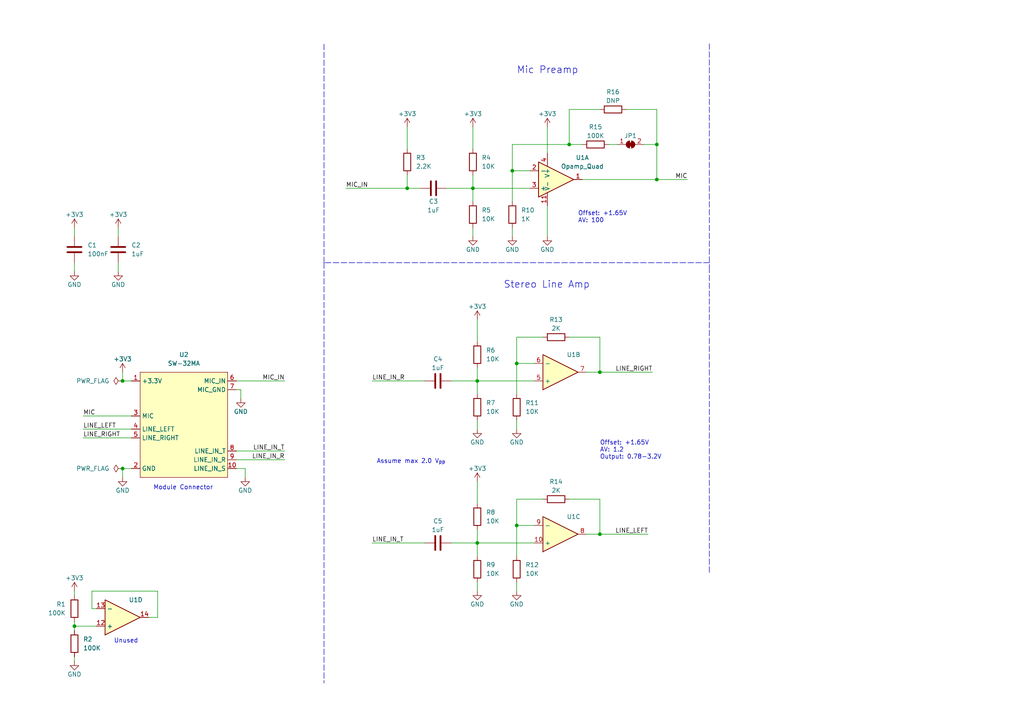
<source format=kicad_sch>
(kicad_sch (version 20211123) (generator eeschema)
  (paper "A4")
  (title_block (title "SW-32MA1") (date "2022-02-01") (rev "1") (company "saawsm") (comment 4 "A basic microphone and stereo line-in audio module for the SW-3240"))
  (lib_symbols
    (symbol "Device:C" (pin_numbers hide) (pin_names (offset 0.254))
      (property "Reference" "C" (at 0.635 2.54 0))
      (property "Value" "C" (at 0.635 -2.54 0))
      (symbol "C_0_1"
        (polyline (pts (xy -2.032 -0.762) (xy 2.032 -0.762)) (stroke (width 0.508)))
        (polyline (pts (xy -2.032 0.762) (xy 2.032 0.762)) (stroke (width 0.508)))
      )
      (symbol "C_1_1"
        (pin passive line (at 0 3.81 270) (length 2.794) (name "~") (number "1"))
        (pin passive line (at 0 -3.81 90) (length 2.794) (name "~") (number "2"))
      )
    )
    (symbol "Device:Opamp_Quad"
      (property "Reference" "U" (at 0 5.08 0))
      (property "Value" "Opamp_Quad" (at 0 -5.08 0))
      (symbol "Opamp_Quad_1_1"
        (polyline (pts (xy -5.08 5.08) (xy 5.08 0) (xy -5.08 -5.08) (xy -5.08 5.08)) (stroke (width 0.254)) (fill (type background)))
        (pin output line (at 7.62 0 180) (length 2.54) (name "~") (number "1"))
        (pin input line (at -7.62 -2.54 0) (length 2.54) (name "-") (number "2"))
        (pin input line (at -7.62 2.54 0) (length 2.54) (name "+") (number "3"))
      )
      (symbol "Opamp_Quad_2_1"
        (polyline (pts (xy -5.08 5.08) (xy 5.08 0) (xy -5.08 -5.08) (xy -5.08 5.08)) (stroke (width 0.254)) (fill (type background)))
        (pin input line (at -7.62 2.54 0) (length 2.54) (name "+") (number "5"))
        (pin input line (at -7.62 -2.54 0) (length 2.54) (name "-") (number "6"))
        (pin output line (at 7.62 0 180) (length 2.54) (name "~") (number "7"))
      )
      (symbol "Opamp_Quad_3_1"
        (polyline (pts (xy -5.08 5.08) (xy 5.08 0) (xy -5.08 -5.08) (xy -5.08 5.08)) (stroke (width 0.254)) (fill (type background)))
        (pin input line (at -7.62 2.54 0) (length 2.54) (name "+") (number "10"))
        (pin output line (at 7.62 0 180) (length 2.54) (name "~") (number "8"))
        (pin input line (at -7.62 -2.54 0) (length 2.54) (name "-") (number "9"))
      )
      (symbol "Opamp_Quad_4_1"
        (polyline (pts (xy -5.08 5.08) (xy 5.08 0) (xy -5.08 -5.08) (xy -5.08 5.08)) (stroke (width 0.254)) (fill (type background)))
        (pin input line (at -7.62 2.54 0) (length 2.54) (name "+") (number "12"))
        (pin input line (at -7.62 -2.54 0) (length 2.54) (name "-") (number "13"))
        (pin output line (at 7.62 0 180) (length 2.54) (name "~") (number "14"))
      )
      (symbol "Opamp_Quad_5_1"
        (pin power_in line (at -2.54 -7.62 90) (length 3.81) (name "V-") (number "11"))
        (pin power_in line (at -2.54 7.62 270) (length 3.81) (name "V+") (number "4"))
      )
    )
    (symbol "Device:R" (pin_numbers hide) (pin_names (offset 0))
      (property "Reference" "R" (at 2.032 0 90))
      (property "Value" "R" (at 0 0 90))
      (symbol "R_0_1"
        (rectangle (start -1.016 -2.54) (end 1.016 2.54) (stroke (width 0.254)))
      )
      (symbol "R_1_1"
        (pin passive line (at 0 3.81 270) (length 1.27) (name "~") (number "1"))
        (pin passive line (at 0 -3.81 90) (length 1.27) (name "~") (number "2"))
      )
    )
    (symbol "Jumper:SolderJumper_2_Bridged" (pin_names (offset 0) hide)
      (property "Reference" "JP" (at 0 2.032 0))
      (property "Value" "SolderJumper_2_Bridged" (at 0 -2.54 0))
      (symbol "SolderJumper_2_Bridged_0_1"
        (rectangle (start -0.508 0.508) (end 0.508 -0.508) (fill (type outline)))
        (arc (start -0.254 1.016) (mid -1.27 0) (end -0.254 -1.016))
        (arc (start -0.254 1.016) (mid -1.27 0) (end -0.254 -1.016) (fill (type outline)))
        (polyline (pts (xy -0.254 1.016) (xy -0.254 -1.016)))
        (polyline (pts (xy 0.254 1.016) (xy 0.254 -1.016)))
        (arc (start 0.254 -1.016) (mid 1.27 0) (end 0.254 1.016))
        (arc (start 0.254 -1.016) (mid 1.27 0) (end 0.254 1.016) (fill (type outline)))
      )
      (symbol "SolderJumper_2_Bridged_1_1"
        (pin passive line (at -3.81 0 0) (length 2.54) (name "A") (number "1"))
        (pin passive line (at 3.81 0 180) (length 2.54) (name "B") (number "2"))
      )
    )
    (symbol "SaawLib:SW-32MA"
      (property "Reference" "U" (at 0 16.51 0))
      (property "Value" "SW-32MA" (at 0 -16.51 0))
      (symbol "SW-32MA_0_1"
        (rectangle (start -12.7 15.24) (end 12.7 -15.24) (fill (type background)))
      )
      (symbol "SW-32MA_1_1"
        (pin power_in line (at 15.24 12.7 180) (length 2.54) (name "+3.3V") (number "1"))
        (pin power_in line (at -15.24 -12.7 0) (length 2.54) (name "LINE_IN_S") (number "10"))
        (pin power_in line (at 15.24 -12.7 180) (length 2.54) (name "GND") (number "2"))
        (pin bidirectional line (at 15.24 2.54 180) (length 2.54) (name "MIC") (number "3"))
        (pin bidirectional line (at 15.24 -1.27 180) (length 2.54) (name "LINE_LEFT") (number "4"))
        (pin bidirectional line (at 15.24 -3.81 180) (length 2.54) (name "LINE_RIGHT") (number "5"))
        (pin input line (at -15.24 12.7 0) (length 2.54) (name "MIC_IN") (number "6"))
        (pin power_in line (at -15.24 10.16 0) (length 2.54) (name "MIC_GND") (number "7"))
        (pin input line (at -15.24 -7.62 0) (length 2.54) (name "LINE_IN_T") (number "8"))
        (pin input line (at -15.24 -10.16 0) (length 2.54) (name "LINE_IN_R") (number "9"))
      )
    )
    (symbol "power:+3.3V" (power) (pin_names (offset 0))
      (property "Value" "+3.3V" (at 0 3.556 0))
      (symbol "+3.3V_0_1"
        (polyline (pts (xy -0.762 1.27) (xy 0 2.54)))
        (polyline (pts (xy 0 0) (xy 0 2.54)))
        (polyline (pts (xy 0 2.54) (xy 0.762 1.27)))
      )
      (symbol "+3.3V_1_1"
        (pin power_in line (at 0 0 90) (length 0) hide (name "+3V3") (number "1"))
      )
    )
    (symbol "power:GND" (power) (pin_names (offset 0))
      (property "Value" "GND" (at 0 -3.81 0))
      (symbol "GND_0_1"
        (polyline (pts (xy 0 0) (xy 0 -1.27) (xy 1.27 -1.27) (xy 0 -2.54) (xy -1.27 -1.27) (xy 0 -1.27)))
      )
      (symbol "GND_1_1"
        (pin power_in line (at 0 0 270) (length 0) hide (name "GND") (number "1"))
      )
    )
    (symbol "power:PWR_FLAG" (power) (pin_numbers hide) (pin_names (offset 0) hide)
      (property "Value" "PWR_FLAG" (at 0 3.81 0))
      (symbol "PWR_FLAG_0_0"
        (pin power_out line (at 0 0 90) (length 0) (name "pwr") (number "1"))
      )
      (symbol "PWR_FLAG_0_1"
        (polyline (pts (xy 0 0) (xy 0 1.27) (xy -1.016 1.905) (xy 0 2.54) (xy 1.016 1.905) (xy 0 1.27)))
      )
    )
  )
  (junction (at 148.59 49.53))
  (junction (at 190.5 52.07))
  (junction (at 138.43 110.49))
  (junction (at 35.56 135.89))
  (junction (at 137.16 54.61))
  (junction (at 149.86 152.4))
  (junction (at 190.5 41.91))
  (junction (at 165.1 41.91))
  (junction (at 138.43 157.48))
  (junction (at 149.86 105.41))
  (junction (at 173.99 154.94))
  (junction (at 35.56 110.49))
  (junction (at 21.59 181.61))
  (junction (at 173.99 107.95))
  (junction (at 118.11 54.61))
  (wire (pts (xy 149.86 168.91) (xy 149.86 171.45)))
  (wire (pts (xy 35.56 138.43) (xy 35.56 135.89)))
  (wire (pts (xy 186.69 41.91) (xy 190.5 41.91)))
  (polyline (pts (xy 205.74 76.2) (xy 93.98 76.2)))
  (wire (pts (xy 45.72 179.07) (xy 43.18 179.07)))
  (wire (pts (xy 158.75 36.83) (xy 158.75 44.45)))
  (wire (pts (xy 68.58 133.35) (xy 82.55 133.35)))
  (wire (pts (xy 173.99 107.95) (xy 189.23 107.95)))
  (wire (pts (xy 138.43 110.49) (xy 154.94 110.49)))
  (wire (pts (xy 149.86 144.78) (xy 149.86 152.4)))
  (wire (pts (xy 165.1 31.75) (xy 173.99 31.75)))
  (wire (pts (xy 45.72 171.45) (xy 45.72 179.07)))
  (wire (pts (xy 173.99 144.78) (xy 173.99 154.94)))
  (wire (pts (xy 107.95 110.49) (xy 123.19 110.49)))
  (wire (pts (xy 190.5 41.91) (xy 190.5 52.07)))
  (wire (pts (xy 137.16 66.04) (xy 137.16 68.58)))
  (wire (pts (xy 165.1 41.91) (xy 168.91 41.91)))
  (polyline (pts (xy 205.74 77.47) (xy 205.74 166.37)))
  (wire (pts (xy 137.16 50.8) (xy 137.16 54.61)))
  (wire (pts (xy 148.59 49.53) (xy 153.67 49.53)))
  (wire (pts (xy 35.56 110.49) (xy 35.56 107.95)))
  (wire (pts (xy 130.81 157.48) (xy 138.43 157.48)))
  (wire (pts (xy 158.75 59.69) (xy 158.75 68.58)))
  (wire (pts (xy 21.59 181.61) (xy 27.94 181.61)))
  (wire (pts (xy 130.81 110.49) (xy 138.43 110.49)))
  (polyline (pts (xy 205.74 12.7) (xy 205.74 77.47)))
  (wire (pts (xy 149.86 152.4) (xy 149.86 161.29)))
  (polyline (pts (xy 93.98 76.2) (xy 93.98 12.7)))
  (wire (pts (xy 149.86 105.41) (xy 149.86 114.3)))
  (wire (pts (xy 26.67 176.53) (xy 26.67 171.45)))
  (wire (pts (xy 173.99 154.94) (xy 187.96 154.94)))
  (wire (pts (xy 165.1 144.78) (xy 173.99 144.78)))
  (wire (pts (xy 170.18 154.94) (xy 173.99 154.94)))
  (wire (pts (xy 138.43 157.48) (xy 154.94 157.48)))
  (wire (pts (xy 138.43 121.92) (xy 138.43 124.46)))
  (polyline (pts (xy 93.98 76.2) (xy 93.98 198.12)))
  (wire (pts (xy 149.86 105.41) (xy 154.94 105.41)))
  (wire (pts (xy 165.1 31.75) (xy 165.1 41.91)))
  (wire (pts (xy 107.95 157.48) (xy 123.19 157.48)))
  (wire (pts (xy 190.5 52.07) (xy 199.39 52.07)))
  (wire (pts (xy 69.85 113.03) (xy 69.85 115.57)))
  (wire (pts (xy 165.1 97.79) (xy 173.99 97.79)))
  (wire (pts (xy 149.86 144.78) (xy 157.48 144.78)))
  (wire (pts (xy 138.43 106.68) (xy 138.43 110.49)))
  (wire (pts (xy 100.33 54.61) (xy 118.11 54.61)))
  (wire (pts (xy 176.53 41.91) (xy 179.07 41.91)))
  (wire (pts (xy 24.13 120.65) (xy 38.1 120.65)))
  (wire (pts (xy 21.59 76.2) (xy 21.59 78.74)))
  (wire (pts (xy 34.29 66.04) (xy 34.29 68.58)))
  (wire (pts (xy 138.43 92.71) (xy 138.43 99.06)))
  (wire (pts (xy 118.11 36.83) (xy 118.11 43.18)))
  (wire (pts (xy 21.59 180.34) (xy 21.59 181.61)))
  (wire (pts (xy 129.54 54.61) (xy 137.16 54.61)))
  (wire (pts (xy 71.12 138.43) (xy 71.12 135.89)))
  (wire (pts (xy 149.86 97.79) (xy 149.86 105.41)))
  (wire (pts (xy 149.86 97.79) (xy 157.48 97.79)))
  (wire (pts (xy 149.86 152.4) (xy 154.94 152.4)))
  (wire (pts (xy 21.59 181.61) (xy 21.59 182.88)))
  (wire (pts (xy 148.59 41.91) (xy 165.1 41.91)))
  (wire (pts (xy 138.43 168.91) (xy 138.43 171.45)))
  (wire (pts (xy 190.5 31.75) (xy 190.5 41.91)))
  (wire (pts (xy 138.43 110.49) (xy 138.43 114.3)))
  (wire (pts (xy 118.11 54.61) (xy 121.92 54.61)))
  (wire (pts (xy 21.59 171.45) (xy 21.59 172.72)))
  (wire (pts (xy 137.16 36.83) (xy 137.16 43.18)))
  (wire (pts (xy 170.18 107.95) (xy 173.99 107.95)))
  (wire (pts (xy 21.59 66.04) (xy 21.59 68.58)))
  (wire (pts (xy 38.1 110.49) (xy 35.56 110.49)))
  (wire (pts (xy 138.43 153.67) (xy 138.43 157.48)))
  (wire (pts (xy 148.59 49.53) (xy 148.59 58.42)))
  (wire (pts (xy 24.13 124.46) (xy 38.1 124.46)))
  (wire (pts (xy 138.43 157.48) (xy 138.43 161.29)))
  (wire (pts (xy 148.59 66.04) (xy 148.59 68.58)))
  (wire (pts (xy 138.43 139.7) (xy 138.43 146.05)))
  (wire (pts (xy 82.55 110.49) (xy 68.58 110.49)))
  (wire (pts (xy 148.59 41.91) (xy 148.59 49.53)))
  (wire (pts (xy 137.16 54.61) (xy 137.16 58.42)))
  (wire (pts (xy 24.13 127) (xy 38.1 127)))
  (wire (pts (xy 35.56 135.89) (xy 38.1 135.89)))
  (wire (pts (xy 181.61 31.75) (xy 190.5 31.75)))
  (wire (pts (xy 137.16 54.61) (xy 153.67 54.61)))
  (wire (pts (xy 118.11 50.8) (xy 118.11 54.61)))
  (wire (pts (xy 34.29 76.2) (xy 34.29 78.74)))
  (wire (pts (xy 71.12 135.89) (xy 68.58 135.89)))
  (wire (pts (xy 21.59 190.5) (xy 21.59 191.77)))
  (wire (pts (xy 68.58 113.03) (xy 69.85 113.03)))
  (wire (pts (xy 149.86 121.92) (xy 149.86 124.46)))
  (wire (pts (xy 173.99 97.79) (xy 173.99 107.95)))
  (wire (pts (xy 27.94 176.53) (xy 26.67 176.53)))
  (wire (pts (xy 168.91 52.07) (xy 190.5 52.07)))
  (wire (pts (xy 68.58 130.81) (xy 82.55 130.81)))
  (wire (pts (xy 26.67 171.45) (xy 45.72 171.45)))
  (text "Stereo Line Amp" (at 146.05 83.82 0) (effects (font (size 2 2)) (justify left bottom)))
  (text "Assume max 2.0 V_{pp}" (at 109.22 134.62 0) (effects (font (size 1.27 1.27)) (justify left bottom)))
  (text "Mic Preamp" (at 149.86 21.59 0) (effects (font (size 2 2)) (justify left bottom)))
  (text "Module Connector" (at 44.45 142.24 0) (effects (font (size 1.27 1.27)) (justify left bottom)))
  (text "Offset: +1.65V\nAV: 1.2\nOutput: 0.78-3.2V" (at 173.99 133.35 0) (effects (font (size 1.27 1.27)) (justify left bottom)))
  (text "Offset: +1.65V\nAV: 100" (at 167.64 64.77 0) (effects (font (size 1.27 1.27)) (justify left bottom)))
  (text "Unused" (at 33.02 186.69 0) (effects (font (size 1.27 1.27)) (justify left bottom)))
  (label "MIC" (at 24.13 120.65 0))
  (label "LINE_IN_T" (at 107.95 157.48 0))
  (label "LINE_IN_R" (at 82.55 133.35 180))
  (label "LINE_LEFT" (at 187.96 154.94 180))
  (label "MIC_IN" (at 100.33 54.61 0))
  (label "MIC_IN" (at 82.55 110.49 180))
  (label "LINE_RIGHT" (at 189.23 107.95 180))
  (label "LINE_IN_T" (at 82.55 130.81 180))
  (label "LINE_RIGHT" (at 24.13 127 0))
  (label "MIC" (at 199.39 52.07 180))
  (label "LINE_IN_R" (at 107.95 110.49 0))
  (label "LINE_LEFT" (at 24.13 124.46 0))
  (symbol (lib_id "Jumper:SolderJumper_2_Bridged") (at 182.88 41.91 0) (unit 1)
    (property "Reference" "JP1" (at 182.88 39.37 0))
    (property "Value" "SolderJumper_2_Bridged" (effects hide))
    (property "Footprint" "Jumper:SolderJumper-2_P1.3mm_Bridged_RoundedPad1.0x1.5mm" (effects hide))
  )
  (symbol (lib_id "Device:Opamp_Quad") (at 35.56 179.07 0) (mirror x) (unit 4)
    (property "Reference" "U1" (at 39.37 173.99 0))
    (property "Value" "Opamp_Quad" (effects hide))
    (property "Footprint" "Package_SO:SOIC-14_3.9x8.7mm_P1.27mm" (effects hide))
  )
  (symbol (lib_id "power:+3.3V") (at 138.43 139.7 0) (unit 1)
    (property "Reference" "#PWR016" (effects hide))
    (property "Value" "+3.3V" (at 138.43 135.89 0))
  )
  (symbol (lib_id "Device:R") (at 138.43 149.86 0) (unit 1)
    (property "Reference" "R8" (at 140.97 148.5899 0) (effects (justify left)))
    (property "Value" "10K" (at 140.97 151.1299 0) (effects (justify left)))
    (property "Footprint" "Resistor_SMD:R_0603_1608Metric" (effects hide))
  )
  (symbol (lib_id "power:+3.3V") (at 35.56 107.95 0) (unit 1)
    (property "Reference" "#PWR07" (effects hide))
    (property "Value" "+3.3V" (at 35.56 104.14 0))
  )
  (symbol (lib_id "SaawLib:SW-32MA") (at 53.34 123.19 0) (mirror y) (unit 1)
    (property "Reference" "U2" (at 53.34 102.87 0))
    (property "Value" "SW-32MA" (at 53.34 105.41 0))
    (property "Footprint" "SaawLib:SW-32MA_Header" (effects hide))
  )
  (symbol (lib_id "Device:Opamp_Quad") (at 162.56 154.94 0) (mirror x) (unit 3)
    (property "Reference" "U1" (at 166.37 149.86 0))
    (property "Value" "Opamp_Quad" (effects hide))
    (property "Footprint" "Package_SO:SOIC-14_3.9x8.7mm_P1.27mm" (effects hide))
  )
  (symbol (lib_id "Device:R") (at 21.59 186.69 0) (unit 1)
    (property "Reference" "R2" (at 24.13 185.4199 0) (effects (justify left)))
    (property "Value" "100K" (at 24.13 187.9599 0) (effects (justify left)))
    (property "Footprint" "Resistor_SMD:R_0603_1608Metric" (effects hide))
  )
  (symbol (lib_id "Device:R") (at 161.29 144.78 90) (unit 1)
    (property "Reference" "R14" (at 161.29 139.7 90))
    (property "Value" "2K" (at 161.29 142.24 90))
    (property "Footprint" "Resistor_SMD:R_0603_1608Metric" (effects hide))
  )
  (symbol (lib_id "power:+3.3V") (at 21.59 66.04 0) (unit 1)
    (property "Reference" "#PWR01" (effects hide))
    (property "Value" "+3.3V" (at 21.59 62.23 0))
  )
  (symbol (lib_id "power:+3.3V") (at 137.16 36.83 0) (unit 1)
    (property "Reference" "#PWR012" (effects hide))
    (property "Value" "+3.3V" (at 137.16 33.02 0))
  )
  (symbol (lib_id "Device:R") (at 137.16 46.99 0) (unit 1)
    (property "Reference" "R4" (at 139.7 45.7199 0) (effects (justify left)))
    (property "Value" "10K" (at 139.7 48.2599 0) (effects (justify left)))
    (property "Footprint" "Resistor_SMD:R_0603_1608Metric" (effects hide))
  )
  (symbol (lib_id "power:+3.3V") (at 138.43 92.71 0) (unit 1)
    (property "Reference" "#PWR014" (effects hide))
    (property "Value" "+3.3V" (at 138.43 88.9 0))
  )
  (symbol (lib_id "power:+3.3V") (at 158.75 36.83 0) (unit 1)
    (property "Reference" "#PWR021" (effects hide))
    (property "Value" "+3.3V" (at 158.75 33.02 0))
  )
  (symbol (lib_id "power:GND") (at 148.59 68.58 0) (unit 1)
    (property "Reference" "#PWR018" (effects hide))
    (property "Value" "GND" (at 148.59 72.39 0))
  )
  (symbol (lib_id "Device:R") (at 138.43 118.11 0) (unit 1)
    (property "Reference" "R7" (at 140.97 116.8399 0) (effects (justify left)))
    (property "Value" "10K" (at 140.97 119.3799 0) (effects (justify left)))
    (property "Footprint" "Resistor_SMD:R_0603_1608Metric" (effects hide))
  )
  (symbol (lib_id "power:GND") (at 138.43 124.46 0) (unit 1)
    (property "Reference" "#PWR015" (effects hide))
    (property "Value" "GND" (at 138.43 128.27 0))
  )
  (symbol (lib_id "power:+3.3V") (at 34.29 66.04 0) (unit 1)
    (property "Reference" "#PWR05" (effects hide))
    (property "Value" "+3.3V" (at 34.29 62.23 0))
  )
  (symbol (lib_id "power:+3.3V") (at 118.11 36.83 0) (unit 1)
    (property "Reference" "#PWR011" (effects hide))
    (property "Value" "+3.3V" (at 118.11 33.02 0))
  )
  (symbol (lib_id "power:+3.3V") (at 21.59 171.45 0) (unit 1)
    (property "Reference" "#PWR03" (effects hide))
    (property "Value" "+3.3V" (at 21.59 167.64 0))
  )
  (symbol (lib_id "power:GND") (at 35.56 138.43 0) (mirror y) (unit 1)
    (property "Reference" "#PWR08" (effects hide))
    (property "Value" "GND" (at 35.56 142.24 0))
  )
  (symbol (lib_id "Device:R") (at 172.72 41.91 90) (unit 1)
    (property "Reference" "R15" (at 172.72 36.83 90))
    (property "Value" "100K" (at 172.72 39.37 90))
    (property "Footprint" "Resistor_SMD:R_0603_1608Metric" (effects hide))
  )
  (symbol (lib_id "power:GND") (at 71.12 138.43 0) (mirror y) (unit 1)
    (property "Reference" "#PWR010" (effects hide))
    (property "Value" "GND" (at 71.12 142.24 0))
  )
  (symbol (lib_id "Device:R") (at 149.86 118.11 0) (unit 1)
    (property "Reference" "R11" (at 152.4 116.8399 0) (effects (justify left)))
    (property "Value" "10K" (at 152.4 119.3799 0) (effects (justify left)))
    (property "Footprint" "Resistor_SMD:R_0603_1608Metric" (effects hide))
  )
  (symbol (lib_id "Device:R") (at 161.29 97.79 90) (unit 1)
    (property "Reference" "R13" (at 161.29 92.71 90))
    (property "Value" "2K" (at 161.29 95.25 90))
    (property "Footprint" "Resistor_SMD:R_0603_1608Metric" (effects hide))
  )
  (symbol (lib_id "Device:Opamp_Quad") (at 162.56 107.95 0) (mirror x) (unit 2)
    (property "Reference" "U1" (at 166.37 102.87 0))
    (property "Value" "Opamp_Quad" (effects hide))
    (property "Footprint" "Package_SO:SOIC-14_3.9x8.7mm_P1.27mm" (effects hide))
  )
  (symbol (lib_id "Device:R") (at 149.86 165.1 0) (unit 1)
    (property "Reference" "R12" (at 152.4 163.8299 0) (effects (justify left)))
    (property "Value" "10K" (at 152.4 166.3699 0) (effects (justify left)))
    (property "Footprint" "Resistor_SMD:R_0603_1608Metric" (effects hide))
  )
  (symbol (lib_id "Device:C") (at 21.59 72.39 180) (unit 1)
    (property "Reference" "C1" (at 25.4 71.1199 0) (effects (justify right)))
    (property "Value" "100nF" (at 25.4 73.6599 0) (effects (justify right)))
    (property "Footprint" "Capacitor_SMD:C_0603_1608Metric" (effects hide))
  )
  (symbol (lib_id "Device:C") (at 127 110.49 90) (unit 1)
    (property "Reference" "C4" (at 127 104.14 90))
    (property "Value" "1uF" (at 127 106.68 90))
    (property "Footprint" "Capacitor_SMD:C_0603_1608Metric" (effects hide))
  )
  (symbol (lib_id "Device:R") (at 138.43 102.87 0) (unit 1)
    (property "Reference" "R6" (at 140.97 101.5999 0) (effects (justify left)))
    (property "Value" "10K" (at 140.97 104.1399 0) (effects (justify left)))
    (property "Footprint" "Resistor_SMD:R_0603_1608Metric" (effects hide))
  )
  (symbol (lib_id "power:GND") (at 149.86 124.46 0) (unit 1)
    (property "Reference" "#PWR019" (effects hide))
    (property "Value" "GND" (at 149.86 128.27 0))
  )
  (symbol (lib_id "Device:R") (at 177.8 31.75 90) (unit 1)
    (property "Reference" "R16" (at 177.8 26.67 90))
    (property "Value" "DNP" (at 177.8 29.21 90))
    (property "Footprint" "Resistor_THT:R_Axial_DIN0204_L3.6mm_D1.6mm_P5.08mm_Horizontal" (effects hide))
  )
  (symbol (lib_id "Device:C") (at 125.73 54.61 90) (unit 1)
    (property "Reference" "C3" (at 125.73 58.42 90))
    (property "Value" "1uF" (at 125.73 60.96 90))
    (property "Footprint" "Capacitor_SMD:C_0603_1608Metric" (effects hide))
  )
  (symbol (lib_id "power:GND") (at 149.86 171.45 0) (unit 1)
    (property "Reference" "#PWR020" (effects hide))
    (property "Value" "GND" (at 149.86 175.26 0))
  )
  (symbol (lib_id "Device:R") (at 138.43 165.1 0) (unit 1)
    (property "Reference" "R9" (at 140.97 163.8299 0) (effects (justify left)))
    (property "Value" "10K" (at 140.97 166.3699 0) (effects (justify left)))
    (property "Footprint" "Resistor_SMD:R_0603_1608Metric" (effects hide))
  )
  (symbol (lib_id "power:GND") (at 21.59 191.77 0) (unit 1)
    (property "Reference" "#PWR04" (effects hide))
    (property "Value" "GND" (at 21.59 195.58 0))
  )
  (symbol (lib_id "Device:Opamp_Quad") (at 161.29 52.07 0) (mirror x) (unit 1)
    (property "Reference" "U1" (at 168.91 45.72 0))
    (property "Value" "Opamp_Quad" (at 168.91 48.26 0))
    (property "Footprint" "Package_SO:SOIC-14_3.9x8.7mm_P1.27mm" (effects hide))
  )
  (symbol (lib_id "Device:C") (at 34.29 72.39 180) (unit 1)
    (property "Reference" "C2" (at 38.1 71.1199 0) (effects (justify right)))
    (property "Value" "1uF" (at 38.1 73.6599 0) (effects (justify right)))
    (property "Footprint" "Capacitor_SMD:C_0603_1608Metric" (effects hide))
  )
  (symbol (lib_id "power:GND") (at 138.43 171.45 0) (unit 1)
    (property "Reference" "#PWR017" (effects hide))
    (property "Value" "GND" (at 138.43 175.26 0))
  )
  (symbol (lib_id "Device:R") (at 21.59 176.53 0) (unit 1)
    (property "Reference" "R1" (at 19.05 175.2599 0) (effects (justify right)))
    (property "Value" "100K" (at 19.05 177.7999 0) (effects (justify right)))
    (property "Footprint" "Resistor_SMD:R_0603_1608Metric" (effects hide))
  )
  (symbol (lib_id "Device:R") (at 137.16 62.23 0) (unit 1)
    (property "Reference" "R5" (at 139.7 60.9599 0) (effects (justify left)))
    (property "Value" "10K" (at 139.7 63.4999 0) (effects (justify left)))
    (property "Footprint" "Resistor_SMD:R_0603_1608Metric" (effects hide))
  )
  (symbol (lib_id "power:GND") (at 34.29 78.74 0) (unit 1)
    (property "Reference" "#PWR06" (effects hide))
    (property "Value" "GND" (at 34.29 82.55 0))
  )
  (symbol (lib_id "power:GND") (at 69.85 115.57 0) (mirror y) (unit 1)
    (property "Reference" "#PWR09" (effects hide))
    (property "Value" "GND" (at 69.85 119.38 0))
  )
  (symbol (lib_id "power:GND") (at 158.75 68.58 0) (unit 1)
    (property "Reference" "#PWR022" (effects hide))
    (property "Value" "GND" (at 158.75 72.39 0))
  )
  (symbol (lib_id "power:PWR_FLAG") (at 35.56 110.49 90) (unit 1)
    (property "Reference" "#FLG01" (effects hide))
    (property "Value" "PWR_FLAG" (at 31.75 110.4899 90) (effects (justify left)))
  )
  (symbol (lib_id "Device:R") (at 118.11 46.99 0) (unit 1)
    (property "Reference" "R3" (at 120.65 45.7199 0) (effects (justify left)))
    (property "Value" "2.2K" (at 120.65 48.2599 0) (effects (justify left)))
    (property "Footprint" "Resistor_SMD:R_0603_1608Metric" (effects hide))
  )
  (symbol (lib_id "Device:C") (at 127 157.48 90) (unit 1)
    (property "Reference" "C5" (at 127 151.13 90))
    (property "Value" "1uF" (at 127 153.67 90))
    (property "Footprint" "Capacitor_SMD:C_0603_1608Metric" (effects hide))
  )
  (symbol (lib_id "power:PWR_FLAG") (at 35.56 135.89 90) (unit 1)
    (property "Reference" "#FLG02" (effects hide))
    (property "Value" "PWR_FLAG" (at 31.75 135.8899 90) (effects (justify left)))
  )
  (symbol (lib_id "Device:Opamp_Quad") (at 161.29 52.07 0) (unit 5)
    (property "Reference" "U1" (effects hide))
    (property "Value" "Opamp_Quad" (effects hide))
    (property "Footprint" "Package_SO:SOIC-14_3.9x8.7mm_P1.27mm" (effects hide))
  )
  (symbol (lib_id "Device:R") (at 148.59 62.23 0) (unit 1)
    (property "Reference" "R10" (at 151.13 60.9599 0) (effects (justify left)))
    (property "Value" "1K" (at 151.13 63.4999 0) (effects (justify left)))
    (property "Footprint" "Resistor_SMD:R_0603_1608Metric" (effects hide))
  )
  (symbol (lib_id "power:GND") (at 137.16 68.58 0) (unit 1)
    (property "Reference" "#PWR013" (effects hide))
    (property "Value" "GND" (at 137.16 72.39 0))
  )
  (symbol (lib_id "power:GND") (at 21.59 78.74 0) (unit 1)
    (property "Reference" "#PWR02" (effects hide))
    (property "Value" "GND" (at 21.59 82.55 0))
  )
)
</source>
